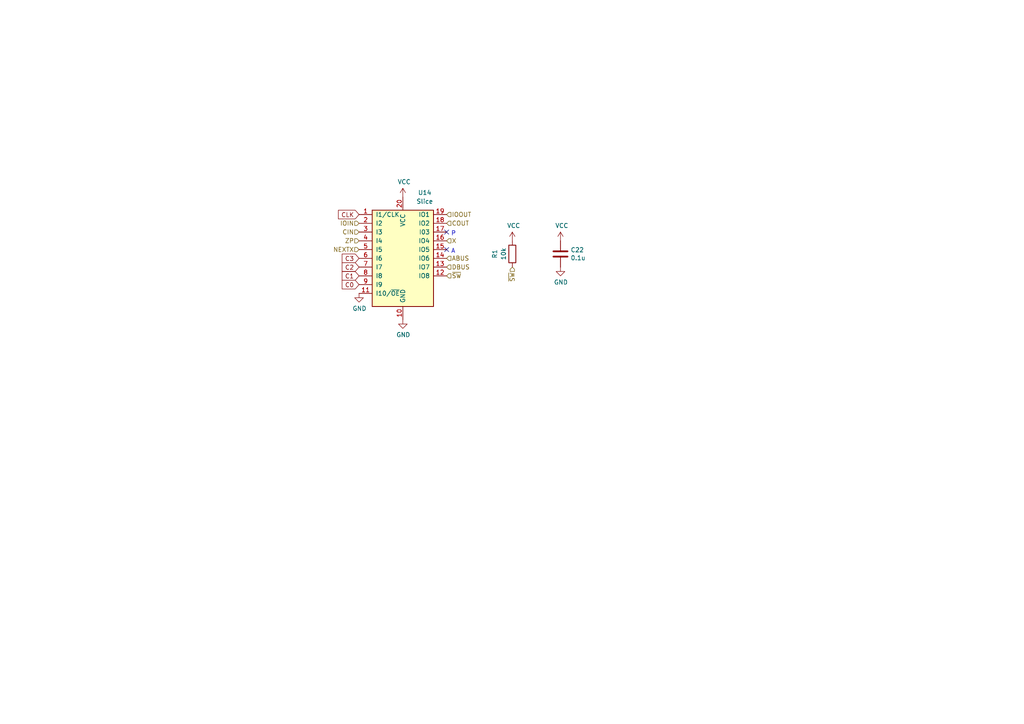
<source format=kicad_sch>
(kicad_sch (version 20230121) (generator eeschema)
  (paper "A4")
  (lib_symbols
    (symbol "Device:C" (pin_numbers hide) (pin_names (offset 0.254))
      (property "Reference" "C" (at 0.635 2.54 0))
      (property "Value" "C" (at 0.635 -2.54 0))
      (symbol "C_0_1"
        (polyline (pts (xy -2.032 -0.762) (xy 2.032 -0.762)) (stroke (width 0.508)))
        (polyline (pts (xy -2.032 0.762) (xy 2.032 0.762)) (stroke (width 0.508)))
      )
      (symbol "C_1_1"
        (pin passive line (at 0 3.81 270) (length 2.794) (name "~") (number "1"))
        (pin passive line (at 0 -3.81 90) (length 2.794) (name "~") (number "2"))
      )
    )
    (symbol "Device:R" (pin_numbers hide) (pin_names (offset 0))
      (property "Reference" "R" (at 2.032 0 90))
      (property "Value" "R" (at 0 0 90))
      (symbol "R_0_1"
        (rectangle (start -1.016 -2.54) (end 1.016 2.54) (stroke (width 0.254)))
      )
      (symbol "R_1_1"
        (pin passive line (at 0 3.81 270) (length 1.27) (name "~") (number "1"))
        (pin passive line (at 0 -3.81 90) (length 1.27) (name "~") (number "2"))
      )
    )
    (symbol "Logic_Programmable:GAL16V8" (pin_names (offset 1.016))
      (property "Reference" "U" (at -8.89 16.51 0))
      (property "Value" "GAL16V8" (at 1.27 16.51 0))
      (symbol "GAL16V8_0_0"
        (pin power_in line (at 0 -17.78 90) (length 3.81) (name "GND") (number "10"))
        (pin power_in line (at 0 17.78 270) (length 3.81) (name "VCC") (number "20"))
      )
      (symbol "GAL16V8_0_1"
        (rectangle (start -8.89 13.97) (end 8.89 -13.97) (stroke (width 0.254)) (fill (type background)))
      )
      (symbol "GAL16V8_1_1"
        (pin input line (at -12.7 12.7 0) (length 3.81) (name "I1/CLK") (number "1"))
        (pin input line (at -12.7 -10.16 0) (length 3.81) (name "I10/~{OE}") (number "11"))
        (pin tri_state line (at 12.7 -5.08 180) (length 3.81) (name "IO8") (number "12"))
        (pin tri_state line (at 12.7 -2.54 180) (length 3.81) (name "IO7") (number "13"))
        (pin tri_state line (at 12.7 0 180) (length 3.81) (name "IO6") (number "14"))
        (pin tri_state line (at 12.7 2.54 180) (length 3.81) (name "IO5") (number "15"))
        (pin tri_state line (at 12.7 5.08 180) (length 3.81) (name "IO4") (number "16"))
        (pin tri_state line (at 12.7 7.62 180) (length 3.81) (name "I03") (number "17"))
        (pin tri_state line (at 12.7 10.16 180) (length 3.81) (name "IO2") (number "18"))
        (pin tri_state line (at 12.7 12.7 180) (length 3.81) (name "IO1") (number "19"))
        (pin input line (at -12.7 10.16 0) (length 3.81) (name "I2") (number "2"))
        (pin input line (at -12.7 7.62 0) (length 3.81) (name "I3") (number "3"))
        (pin input line (at -12.7 5.08 0) (length 3.81) (name "I4") (number "4"))
        (pin input line (at -12.7 2.54 0) (length 3.81) (name "I5") (number "5"))
        (pin input line (at -12.7 0 0) (length 3.81) (name "I6") (number "6"))
        (pin input line (at -12.7 -2.54 0) (length 3.81) (name "I7") (number "7"))
        (pin input line (at -12.7 -5.08 0) (length 3.81) (name "I8") (number "8"))
        (pin input line (at -12.7 -7.62 0) (length 3.81) (name "I9") (number "9"))
      )
    )
    (symbol "power:GND" (power) (pin_names (offset 0))
      (property "Value" "GND" (at 0 -3.81 0))
      (symbol "GND_0_1"
        (polyline (pts (xy 0 0) (xy 0 -1.27) (xy 1.27 -1.27) (xy 0 -2.54) (xy -1.27 -1.27) (xy 0 -1.27)))
      )
      (symbol "GND_1_1"
        (pin power_in line (at 0 0 270) (length 0) hide (name "GND") (number "1"))
      )
    )
    (symbol "power:VCC" (power) (pin_names (offset 0))
      (property "Value" "VCC" (at 0 3.81 0))
      (symbol "VCC_0_1"
        (polyline (pts (xy -0.762 1.27) (xy 0 2.54)))
        (polyline (pts (xy 0 0) (xy 0 2.54)))
        (polyline (pts (xy 0 2.54) (xy 0.762 1.27)))
      )
      (symbol "VCC_1_1"
        (pin power_in line (at 0 0 90) (length 0) hide (name "VCC") (number "1"))
      )
    )
  )
  (no_connect (at 129.54 72.39))
  (no_connect (at 129.54 67.31))
  (text "P" (at 130.81 68.58 0) (effects (font (size 1.27 1.27)) (justify left bottom)))
  (text "A" (at 130.81 73.66 0) (effects (font (size 1.27 1.27)) (justify left bottom)))
  (global_label "C1" (shape input) (at 104.14 80.01 180) (property "Intersheetrefs" "${INTERSHEET_REFS}" (effects hide)))
  (global_label "C2" (shape input) (at 104.14 77.47 180) (property "Intersheetrefs" "${INTERSHEET_REFS}" (effects hide)))
  (global_label "C0" (shape input) (at 104.14 82.55 180) (property "Intersheetrefs" "${INTERSHEET_REFS}" (effects hide)))
  (global_label "C3" (shape input) (at 104.14 74.93 180) (property "Intersheetrefs" "${INTERSHEET_REFS}" (effects hide)))
  (global_label "CLK" (shape input) (at 104.14 62.23 180) (property "Intersheetrefs" "${INTERSHEET_REFS}" (effects hide)))
  (hierarchical_label "~{SW}" (shape input) (at 148.59 77.47 270))
  (hierarchical_label "ABUS" (shape input) (at 129.54 74.93 0))
  (hierarchical_label "ZP" (shape input) (at 104.14 69.85 180))
  (hierarchical_label "NEXTX" (shape input) (at 104.14 72.39 180))
  (hierarchical_label "IOIN" (shape input) (at 104.14 64.77 180))
  (hierarchical_label "CIN" (shape input) (at 104.14 67.31 180))
  (hierarchical_label "~{SW}" (shape input) (at 129.54 80.01 0))
  (hierarchical_label "IOOUT" (shape input) (at 129.54 62.23 0))
  (hierarchical_label "X" (shape input) (at 129.54 69.85 0))
  (hierarchical_label "DBUS" (shape input) (at 129.54 77.47 0))
  (hierarchical_label "COUT" (shape input) (at 129.54 64.77 0))
  (symbol (lib_id "Logic_Programmable:GAL16V8") (at 116.84 74.93 0) (unit 1)
    (property "Reference" "U14" (at 123.19 55.88 0))
    (property "Value" "Slice" (at 123.19 58.42 0))
    (property "Footprint" "Package_DIP:DIP-20_W7.62mm_Socket" (effects hide))
    (instances (project "q2a" (path "" (reference "U14") (unit 1)) (path "" (reference "U18") (unit 1)) (path "" (reference "U6") (unit 1)) (path "" (reference "U12") (unit 1)) (path "" (reference "U15") (unit 1)) (path "" (reference "U23") (unit 1)) (path "" (reference "U?") (unit 1)) (path "" (reference "U24") (unit 1)) (path "" (reference "U13") (unit 1)) (path "" (reference "U25") (unit 1)) (path "" (reference "U16") (unit 1)) (path "" (reference "U17") (unit 1)) (path "" (reference "U11") (unit 1))))
  )
  (symbol (lib_id "power:VCC") (at 116.84 57.15 0) (unit 1)
    (property "Reference" "#PWR0103" (effects hide))
    (property "Value" "VCC" (at 117.221 52.7558 0))
    (instances (project "q2a" (path "" (reference "#PWR0103") (unit 1)) (path "" (reference "#PWR0127") (unit 1)) (path "" (reference "#PWR051") (unit 1)) (path "" (reference "#PWR091") (unit 1)) (path "" (reference "#PWR0109") (unit 1)) (path "" (reference "#PWR0164") (unit 1)) (path "" (reference "#PWR?") (unit 1)) (path "" (reference "#PWR0170") (unit 1)) (path "" (reference "#PWR097") (unit 1)) (path "" (reference "#PWR0176") (unit 1)) (path "" (reference "#PWR0115") (unit 1)) (path "" (reference "#PWR0121") (unit 1)) (path "" (reference "#PWR085") (unit 1))))
  )
  (symbol (lib_id "power:GND") (at 116.84 92.71 0) (unit 1)
    (property "Reference" "#PWR0104" (effects hide))
    (property "Value" "GND" (at 116.967 97.1042 0))
    (instances (project "q2a" (path "" (reference "#PWR0104") (unit 1)) (path "" (reference "#PWR0128") (unit 1)) (path "" (reference "#PWR052") (unit 1)) (path "" (reference "#PWR092") (unit 1)) (path "" (reference "#PWR0110") (unit 1)) (path "" (reference "#PWR0165") (unit 1)) (path "" (reference "#PWR?") (unit 1)) (path "" (reference "#PWR0171") (unit 1)) (path "" (reference "#PWR098") (unit 1)) (path "" (reference "#PWR0177") (unit 1)) (path "" (reference "#PWR0116") (unit 1)) (path "" (reference "#PWR0122") (unit 1)) (path "" (reference "#PWR086") (unit 1))))
  )
  (symbol (lib_id "Device:C") (at 162.56 73.66 0) (unit 1)
    (property "Reference" "C22" (at 165.481 72.4916 0) (effects (justify left)))
    (property "Value" "0.1u" (at 165.481 74.803 0) (effects (justify left)))
    (property "Footprint" "Capacitor_THT:C_Disc_D5.0mm_W2.5mm_P2.50mm" (effects hide))
    (instances (project "q2a" (path "" (reference "C22") (unit 1)) (path "" (reference "C30") (unit 1)) (path "" (reference "C17") (unit 1)) (path "" (reference "C19") (unit 1)) (path "" (reference "C23") (unit 1)) (path "" (reference "C31") (unit 1)) (path "" (reference "C24") (unit 1)) (path "" (reference "C18") (unit 1)) (path "" (reference "C29") (unit 1)) (path "" (reference "C20") (unit 1)) (path "" (reference "C21") (unit 1)) (path "" (reference "C12") (unit 1))))
  )
  (symbol (lib_id "power:GND") (at 162.56 77.47 0) (unit 1)
    (property "Reference" "#PWR0107" (effects hide))
    (property "Value" "GND" (at 162.687 81.8642 0))
    (instances (project "q2a" (path "" (reference "#PWR0107") (unit 1)) (path "" (reference "#PWR0131") (unit 1)) (path "" (reference "#PWR055") (unit 1)) (path "" (reference "#PWR095") (unit 1)) (path "" (reference "#PWR0113") (unit 1)) (path "" (reference "#PWR0168") (unit 1)) (path "" (reference "#PWR?") (unit 1)) (path "" (reference "#PWR0174") (unit 1)) (path "" (reference "#PWR0101") (unit 1)) (path "" (reference "#PWR0180") (unit 1)) (path "" (reference "#PWR0119") (unit 1)) (path "" (reference "#PWR0125") (unit 1)) (path "" (reference "#PWR089") (unit 1))))
  )
  (symbol (lib_id "power:VCC") (at 162.56 69.85 0) (unit 1)
    (property "Reference" "#PWR0106" (effects hide))
    (property "Value" "VCC" (at 162.941 65.4558 0))
    (instances (project "q2a" (path "" (reference "#PWR0106") (unit 1)) (path "" (reference "#PWR0130") (unit 1)) (path "" (reference "#PWR054") (unit 1)) (path "" (reference "#PWR094") (unit 1)) (path "" (reference "#PWR0112") (unit 1)) (path "" (reference "#PWR0167") (unit 1)) (path "" (reference "#PWR?") (unit 1)) (path "" (reference "#PWR0173") (unit 1)) (path "" (reference "#PWR0100") (unit 1)) (path "" (reference "#PWR0179") (unit 1)) (path "" (reference "#PWR0118") (unit 1)) (path "" (reference "#PWR0124") (unit 1)) (path "" (reference "#PWR088") (unit 1))))
  )
  (symbol (lib_id "power:GND") (at 104.14 85.09 0) (unit 1)
    (property "Reference" "#PWR0102" (effects hide))
    (property "Value" "GND" (at 104.267 89.4842 0))
    (instances (project "q2a" (path "" (reference "#PWR0102") (unit 1)) (path "" (reference "#PWR0126") (unit 1)) (path "" (reference "#PWR050") (unit 1)) (path "" (reference "#PWR090") (unit 1)) (path "" (reference "#PWR0108") (unit 1)) (path "" (reference "#PWR0163") (unit 1)) (path "" (reference "#PWR?") (unit 1)) (path "" (reference "#PWR0169") (unit 1)) (path "" (reference "#PWR096") (unit 1)) (path "" (reference "#PWR0175") (unit 1)) (path "" (reference "#PWR0114") (unit 1)) (path "" (reference "#PWR0120") (unit 1)) (path "" (reference "#PWR084") (unit 1))))
  )
  (symbol (lib_id "Device:R") (at 148.59 73.66 180) (unit 1)
    (property "Reference" "R1" (at 143.51 73.66 90))
    (property "Value" "10k" (at 146.05 73.66 90))
    (property "Footprint" "Resistor_THT:R_Axial_DIN0207_L6.3mm_D2.5mm_P2.54mm_Vertical" (effects hide))
    (instances (project "q2a" (path "" (reference "R1") (unit 1)) (path "" (reference "R6") (unit 1)) (path "" (reference "R17") (unit 1)) (path "" (reference "R18") (unit 1)) (path "" (reference "R19") (unit 1)) (path "" (reference "R20") (unit 1)) (path "" (reference "R21") (unit 1)) (path "" (reference "R22") (unit 1)) (path "" (reference "R23") (unit 1)) (path "" (reference "R24") (unit 1)) (path "" (reference "R25") (unit 1)) (path "" (reference "R26") (unit 1)) (path "" (reference "R27") (unit 1))))
  )
  (symbol (lib_id "power:VCC") (at 148.59 69.85 0) (unit 1)
    (property "Reference" "#PWR0105" (effects hide))
    (property "Value" "VCC" (at 148.971 65.4558 0))
    (instances (project "q2a" (path "" (reference "#PWR0105") (unit 1)) (path "" (reference "#PWR0129") (unit 1)) (path "" (reference "#PWR053") (unit 1)) (path "" (reference "#PWR093") (unit 1)) (path "" (reference "#PWR0111") (unit 1)) (path "" (reference "#PWR0166") (unit 1)) (path "" (reference "#PWR?") (unit 1)) (path "" (reference "#PWR0172") (unit 1)) (path "" (reference "#PWR099") (unit 1)) (path "" (reference "#PWR0178") (unit 1)) (path "" (reference "#PWR0117") (unit 1)) (path "" (reference "#PWR0123") (unit 1)) (path "" (reference "#PWR087") (unit 1))))
  )
)
</source>
